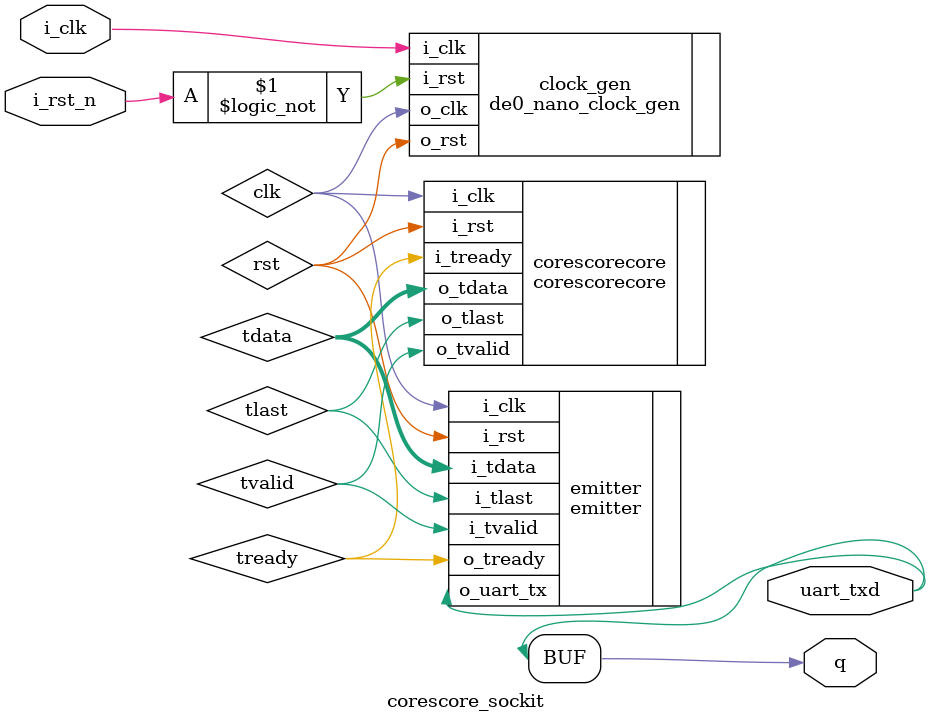
<source format=v>
`default_nettype none
module corescore_sockit
(
 input wire  i_clk,
 input wire  i_rst_n,
 output wire q,
 output wire uart_txd);

   wire      clk;
   wire      rst;

   //Mirror UART output to LED
   assign q = uart_txd;

   de0_nano_clock_gen clock_gen
     (.i_clk (i_clk),
      .i_rst (!i_rst_n),
      .o_clk (clk),
      .o_rst (rst));

   parameter memfile_emitter = "emitter.hex";

   wire [7:0]  tdata;
   wire        tlast;
   wire        tvalid;
   wire        tready;

   corescorecore corescorecore
     (.i_clk     (clk),
      .i_rst     (rst),
      .o_tdata   (tdata),
      .o_tlast   (tlast),
      .o_tvalid  (tvalid),
      .i_tready  (tready));

   emitter #(.memfile (memfile_emitter)) emitter
     (.i_clk     (clk),
      .i_rst     (rst),
      .i_tdata   (tdata),
      .i_tlast   (tlast),
      .i_tvalid  (tvalid),
      .o_tready  (tready),
      .o_uart_tx (uart_txd));

endmodule

</source>
